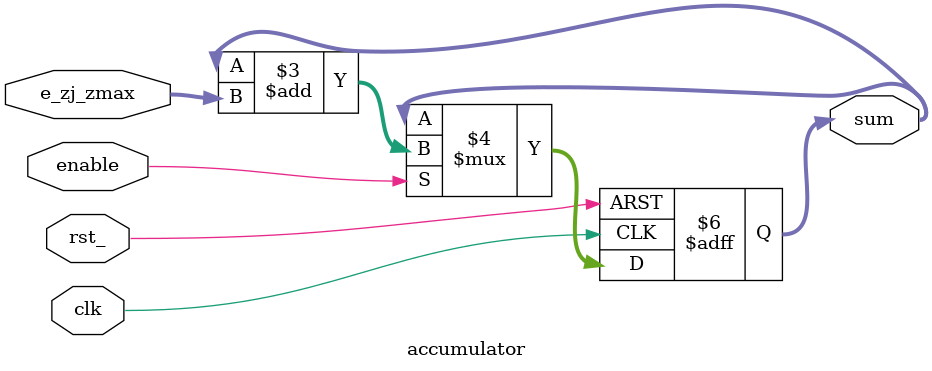
<source format=sv>
/*===============================================================
 *  Module      : accumulator
 *  Description : Accumulates exponent-scaled values (e_zj_zmax) 
 *                across cycles to produce the final softmax
 *                denominator Σ exp(z_j - z_max).
 *
 *  Parameters  :
 *      SUM_WIDTH           - Width of running sum output
 *      EXP_FRACTION_BITS   - Number of fractional bits in exponent format
 *      EXP_BITS            - Total width of exponent input (1 sign + fraction)
 *
 *  Inputs      :
 *      clk                 - System clock
 *      rst_                - Active-low synchronous reset
 *      enable              - Accumulate enable signal
 *      e_zj_zmax           - exp(z_j - z_max) value in fixed-point format
 *
 *  Outputs     :
 *      sum                 - Running accumulated output Σ exp(z_j - z_max)
 *
 *
 *===============================================================*/

module accumulator
#(
    parameter SUM_WIDTH  = 18,
    parameter EXP_FRACTION_BITS = 11,
    parameter EXP_BITS = EXP_FRACTION_BITS + 1
)
(
    output logic    [SUM_WIDTH-1:0]        sum,

    input                                   clk,
    input                                   rst_,
    input                                   enable,
    input  logic    [EXP_BITS - 1 :0]       e_zj_zmax
 );
    
     // Local zero constant matching SUM_WIDTH
    localparam ZERO = {SUM_WIDTH{1'b0}};
        
    // -------------------------------------------------------------
    // Running accumulator
    // On reset:     sum = 0
    // On enable:    sum = sum + e_zj_zmax
    // -------------------------------------------------------------
    always @ ( posedge clk or negedge rst_ )
    begin
        if ( !rst_ )
        begin
            sum     <= ZERO;                // Initialize accumulator
        end
        else if ( enable )
        begin
            sum     <= sum + e_zj_zmax;     // Accumulate exponent values
        end
    end    
endmodule

</source>
